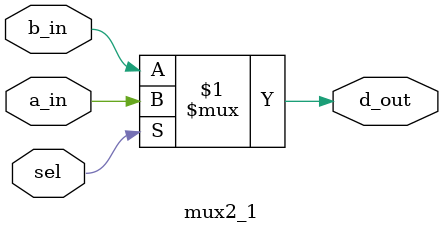
<source format=v>
`timescale 1ns / 1ps

module mux2_1(a_in, b_in, sel, d_out);

input a_in, b_in, sel;
output d_out;

assign d_out = (sel) ? a_in: b_in;
 
endmodule
</source>
